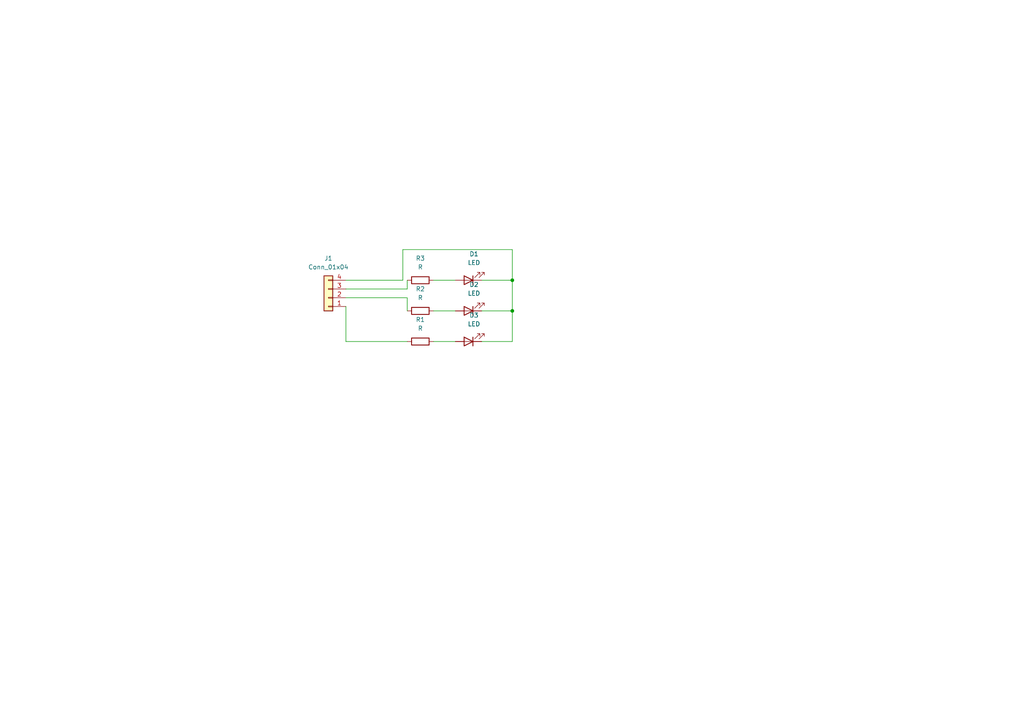
<source format=kicad_sch>
(kicad_sch (version 20230121) (generator eeschema)
  (paper "A4")
  (lib_symbols
    (symbol "Connector_Generic:Conn_01x04" (pin_names (offset 1.016) hide)
      (property "Reference" "J" (at 0 5.08 0))
      (property "Value" "Conn_01x04" (at 0 -7.62 0))
      (symbol "Conn_01x04_1_1"
        (rectangle (start -1.27 -4.953) (end 0 -5.207) (stroke (width 0.1524)))
        (rectangle (start -1.27 -2.413) (end 0 -2.667) (stroke (width 0.1524)))
        (rectangle (start -1.27 0.127) (end 0 -0.127) (stroke (width 0.1524)))
        (rectangle (start -1.27 2.667) (end 0 2.413) (stroke (width 0.1524)))
        (rectangle (start -1.27 3.81) (end 1.27 -6.35) (stroke (width 0.254)) (fill (type background)))
        (pin passive line (at -5.08 2.54 0) (length 3.81) (name "Pin_1") (number "1"))
        (pin passive line (at -5.08 0 0) (length 3.81) (name "Pin_2") (number "2"))
        (pin passive line (at -5.08 -2.54 0) (length 3.81) (name "Pin_3") (number "3"))
        (pin passive line (at -5.08 -5.08 0) (length 3.81) (name "Pin_4") (number "4"))
      )
    )
    (symbol "Device:LED" (pin_numbers hide) (pin_names (offset 1.016) hide)
      (property "Reference" "D" (at 0 2.54 0))
      (property "Value" "LED" (at 0 -2.54 0))
      (symbol "LED_0_1"
        (polyline (pts (xy -1.27 -1.27) (xy -1.27 1.27)) (stroke (width 0.254)))
        (polyline (pts (xy -1.27 0) (xy 1.27 0)))
        (polyline (pts (xy 1.27 -1.27) (xy 1.27 1.27) (xy -1.27 0) (xy 1.27 -1.27)) (stroke (width 0.254)))
        (polyline (pts (xy -3.048 -0.762) (xy -4.572 -2.286) (xy -3.81 -2.286) (xy -4.572 -2.286) (xy -4.572 -1.524)))
        (polyline (pts (xy -1.778 -0.762) (xy -3.302 -2.286) (xy -2.54 -2.286) (xy -3.302 -2.286) (xy -3.302 -1.524)))
      )
      (symbol "LED_1_1"
        (pin passive line (at -3.81 0 0) (length 2.54) (name "K") (number "1"))
        (pin passive line (at 3.81 0 180) (length 2.54) (name "A") (number "2"))
      )
    )
    (symbol "Device:R" (pin_numbers hide) (pin_names (offset 0))
      (property "Reference" "R" (at 2.032 0 90))
      (property "Value" "R" (at 0 0 90))
      (symbol "R_0_1"
        (rectangle (start -1.016 -2.54) (end 1.016 2.54) (stroke (width 0.254)))
      )
      (symbol "R_1_1"
        (pin passive line (at 0 3.81 270) (length 1.27) (name "~") (number "1"))
        (pin passive line (at 0 -3.81 90) (length 1.27) (name "~") (number "2"))
      )
    )
  )
  (junction (at 148.59 81.28))
  (junction (at 148.59 90.17))
  (wire (pts (xy 125.73 90.17) (xy 132.08 90.17)))
  (wire (pts (xy 100.33 86.36) (xy 118.11 86.36)))
  (wire (pts (xy 100.33 83.82) (xy 118.11 83.82)))
  (wire (pts (xy 139.7 90.17) (xy 148.59 90.17)))
  (wire (pts (xy 125.73 99.06) (xy 132.08 99.06)))
  (wire (pts (xy 118.11 83.82) (xy 118.11 81.28)))
  (wire (pts (xy 100.33 88.9) (xy 100.33 99.06)))
  (wire (pts (xy 148.59 72.39) (xy 148.59 81.28)))
  (wire (pts (xy 118.11 86.36) (xy 118.11 90.17)))
  (wire (pts (xy 116.84 72.39) (xy 148.59 72.39)))
  (wire (pts (xy 139.7 81.28) (xy 148.59 81.28)))
  (wire (pts (xy 148.59 99.06) (xy 139.7 99.06)))
  (wire (pts (xy 100.33 99.06) (xy 118.11 99.06)))
  (wire (pts (xy 148.59 90.17) (xy 148.59 99.06)))
  (wire (pts (xy 148.59 81.28) (xy 148.59 90.17)))
  (wire (pts (xy 125.73 81.28) (xy 132.08 81.28)))
  (wire (pts (xy 116.84 81.28) (xy 116.84 72.39)))
  (wire (pts (xy 100.33 81.28) (xy 116.84 81.28)))
  (symbol (lib_id "Device:R") (at 121.92 90.17 90) (unit 1)
    (property "Reference" "R2" (at 121.92 83.82 90))
    (property "Value" "R" (at 121.92 86.36 90))
    (property "Footprint" "Resistor_THT:R_Axial_DIN0411_L9.9mm_D3.6mm_P15.24mm_Horizontal" (effects hide))
  )
  (symbol (lib_id "Connector_Generic:Conn_01x04") (at 95.25 86.36 180) (unit 1)
    (property "Reference" "J1" (at 95.25 74.93 0))
    (property "Value" "Conn_01x04" (at 95.25 77.47 0))
    (property "Footprint" "Connector_PinHeader_2.00mm:PinHeader_1x04_P2.00mm_Horizontal" (effects hide))
  )
  (symbol (lib_id "Device:R") (at 121.92 81.28 90) (unit 1)
    (property "Reference" "R3" (at 121.92 74.93 90))
    (property "Value" "R" (at 121.92 77.47 90))
    (property "Footprint" "Resistor_THT:R_Axial_DIN0411_L9.9mm_D3.6mm_P15.24mm_Horizontal" (effects hide))
  )
  (symbol (lib_id "Device:LED") (at 135.89 99.06 180) (unit 1)
    (property "Reference" "D3" (at 137.4775 91.44 0))
    (property "Value" "LED" (at 137.4775 93.98 0))
    (property "Footprint" "LED_THT:LED_D3.0mm" (effects hide))
  )
  (symbol (lib_id "Device:R") (at 121.92 99.06 90) (unit 1)
    (property "Reference" "R1" (at 121.92 92.71 90))
    (property "Value" "R" (at 121.92 95.25 90))
    (property "Footprint" "Resistor_THT:R_Axial_DIN0411_L9.9mm_D3.6mm_P15.24mm_Horizontal" (effects hide))
  )
  (symbol (lib_id "Device:LED") (at 135.89 90.17 180) (unit 1)
    (property "Reference" "D2" (at 137.4775 82.55 0))
    (property "Value" "LED" (at 137.4775 85.09 0))
    (property "Footprint" "LED_THT:LED_D3.0mm" (effects hide))
  )
  (symbol (lib_id "Device:LED") (at 135.89 81.28 180) (unit 1)
    (property "Reference" "D1" (at 137.4775 73.66 0))
    (property "Value" "LED" (at 137.4775 76.2 0))
    (property "Footprint" "LED_THT:LED_D3.0mm" (effects hide))
  )
)
</source>
